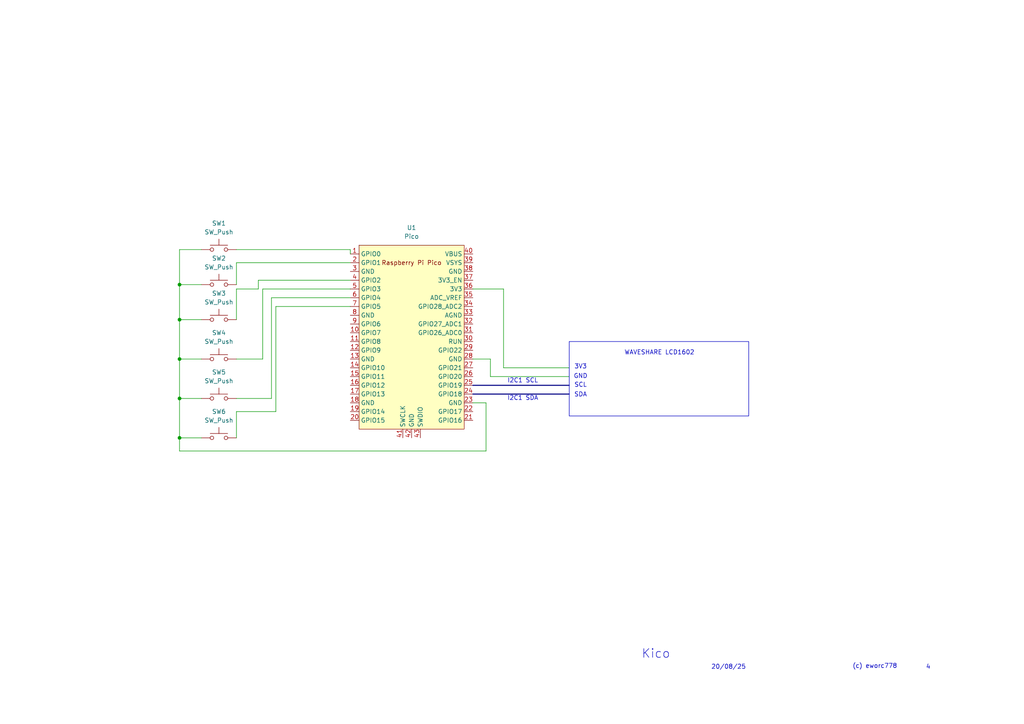
<source format=kicad_sch>
(kicad_sch (version 20250114) (generator "eeschema") (generator_version "9.0")
  (paper "A4")
  (lib_symbols
    (symbol "MCU_RaspberryPi_and_Boards:Pico"
      (property "Reference" "U" (at -13.97 27.94 0))
      (property "Value" "Pico" (at 0 19.05 0))
      (symbol "Pico_0_0"
        (text "Raspberry Pi Pico" (at 0 21.59 0) (effects (font (size 1.27 1.27))))
      )
      (symbol "Pico_0_1"
        (rectangle (start -15.24 26.67) (end 15.24 -26.67) (fill (type background)))
      )
      (symbol "Pico_1_1"
        (pin bidirectional line (at -17.78 24.13 0) (length 2.54) (name "GPIO0") (number "1"))
        (pin bidirectional line (at -17.78 21.59 0) (length 2.54) (name "GPIO1") (number "2"))
        (pin power_in line (at -17.78 19.05 0) (length 2.54) (name "GND") (number "3"))
        (pin bidirectional line (at -17.78 16.51 0) (length 2.54) (name "GPIO2") (number "4"))
        (pin bidirectional line (at -17.78 13.97 0) (length 2.54) (name "GPIO3") (number "5"))
        (pin bidirectional line (at -17.78 11.43 0) (length 2.54) (name "GPIO4") (number "6"))
        (pin bidirectional line (at -17.78 8.89 0) (length 2.54) (name "GPIO5") (number "7"))
        (pin power_in line (at -17.78 6.35 0) (length 2.54) (name "GND") (number "8"))
        (pin bidirectional line (at -17.78 3.81 0) (length 2.54) (name "GPIO6") (number "9"))
        (pin bidirectional line (at -17.78 1.27 0) (length 2.54) (name "GPIO7") (number "10"))
        (pin bidirectional line (at -17.78 -1.27 0) (length 2.54) (name "GPIO8") (number "11"))
        (pin bidirectional line (at -17.78 -3.81 0) (length 2.54) (name "GPIO9") (number "12"))
        (pin power_in line (at -17.78 -6.35 0) (length 2.54) (name "GND") (number "13"))
        (pin bidirectional line (at -17.78 -8.89 0) (length 2.54) (name "GPIO10") (number "14"))
        (pin bidirectional line (at -17.78 -11.43 0) (length 2.54) (name "GPIO11") (number "15"))
        (pin bidirectional line (at -17.78 -13.97 0) (length 2.54) (name "GPIO12") (number "16"))
        (pin bidirectional line (at -17.78 -16.51 0) (length 2.54) (name "GPIO13") (number "17"))
        (pin power_in line (at -17.78 -19.05 0) (length 2.54) (name "GND") (number "18"))
        (pin bidirectional line (at -17.78 -21.59 0) (length 2.54) (name "GPIO14") (number "19"))
        (pin bidirectional line (at -17.78 -24.13 0) (length 2.54) (name "GPIO15") (number "20"))
        (pin input line (at -2.54 -29.21 90) (length 2.54) (name "SWCLK") (number "41"))
        (pin power_in line (at 0 -29.21 90) (length 2.54) (name "GND") (number "42"))
        (pin bidirectional line (at 2.54 -29.21 90) (length 2.54) (name "SWDIO") (number "43"))
        (pin power_in line (at 17.78 24.13 180) (length 2.54) (name "VBUS") (number "40"))
        (pin power_in line (at 17.78 21.59 180) (length 2.54) (name "VSYS") (number "39"))
        (pin bidirectional line (at 17.78 19.05 180) (length 2.54) (name "GND") (number "38"))
        (pin input line (at 17.78 16.51 180) (length 2.54) (name "3V3_EN") (number "37"))
        (pin power_in line (at 17.78 13.97 180) (length 2.54) (name "3V3") (number "36"))
        (pin power_in line (at 17.78 11.43 180) (length 2.54) (name "ADC_VREF") (number "35"))
        (pin bidirectional line (at 17.78 8.89 180) (length 2.54) (name "GPIO28_ADC2") (number "34"))
        (pin power_in line (at 17.78 6.35 180) (length 2.54) (name "AGND") (number "33"))
        (pin bidirectional line (at 17.78 3.81 180) (length 2.54) (name "GPIO27_ADC1") (number "32"))
        (pin bidirectional line (at 17.78 1.27 180) (length 2.54) (name "GPIO26_ADC0") (number "31"))
        (pin input line (at 17.78 -1.27 180) (length 2.54) (name "RUN") (number "30"))
        (pin bidirectional line (at 17.78 -3.81 180) (length 2.54) (name "GPIO22") (number "29"))
        (pin power_in line (at 17.78 -6.35 180) (length 2.54) (name "GND") (number "28"))
        (pin bidirectional line (at 17.78 -8.89 180) (length 2.54) (name "GPIO21") (number "27"))
        (pin bidirectional line (at 17.78 -11.43 180) (length 2.54) (name "GPIO20") (number "26"))
        (pin bidirectional line (at 17.78 -13.97 180) (length 2.54) (name "GPIO19") (number "25"))
        (pin bidirectional line (at 17.78 -16.51 180) (length 2.54) (name "GPIO18") (number "24"))
        (pin power_in line (at 17.78 -19.05 180) (length 2.54) (name "GND") (number "23"))
        (pin bidirectional line (at 17.78 -21.59 180) (length 2.54) (name "GPIO17") (number "22"))
        (pin bidirectional line (at 17.78 -24.13 180) (length 2.54) (name "GPIO16") (number "21"))
      )
    )
    (symbol "Switch:SW_Push" (pin_numbers (hide yes)) (pin_names (offset 1.016) (hide yes))
      (property "Reference" "SW" (at 1.27 2.54 0))
      (property "Value" "SW_Push" (at 0 -1.524 0))
      (symbol "SW_Push_0_1"
        (circle (center -2.032 0) (radius 0.508))
        (polyline (pts (xy 0 1.27) (xy 0 3.048)))
        (circle (center 2.032 0) (radius 0.508))
        (polyline (pts (xy 2.54 1.27) (xy -2.54 1.27)))
        (pin passive line (at -5.08 0 0) (length 2.54) (name "1") (number "1"))
        (pin passive line (at 5.08 0 180) (length 2.54) (name "2") (number "2"))
      )
    )
  )
  (rectangle (start 165.1 99.06) (end 217.17 120.65))
  (text "4" (at 269.24 193.548 0) (effects (font (size 1.27 1.27))))
  (text "(c) eworc778" (at 253.746 193.294 0) (effects (font (size 1.27 1.27))))
  (text "SDA" (at 168.402 114.554 0) (effects (font (size 1.27 1.27))))
  (text "Kico" (at 190.246 189.738 0) (effects (font (size 2.54 2.54))))
  (text "3V3\n" (at 168.402 106.426 0) (effects (font (size 1.27 1.27))))
  (text "20/08/25\n" (at 211.328 193.548 0) (effects (font (size 1.27 1.27))))
  (text "I2C1 SCL" (at 151.638 110.49 0) (effects (font (size 1.27 1.27))))
  (text "WAVESHARE LCD1602\n" (at 191.262 102.362 0) (effects (font (size 1.27 1.27))))
  (text "GND" (at 168.402 109.22 0) (effects (font (size 1.27 1.27))))
  (text "I2C1 SDA" (at 151.638 115.57 0) (effects (font (size 1.27 1.27))))
  (text "SCL\n" (at 168.402 111.76 0) (effects (font (size 1.27 1.27))))
  (junction (at 52.07 115.57))
  (junction (at 52.07 104.14))
  (junction (at 52.07 82.55))
  (junction (at 52.07 92.71))
  (junction (at 52.07 127))
  (wire (pts (xy 68.58 82.55) (xy 68.58 76.2)))
  (wire (pts (xy 68.58 72.39) (xy 101.6 72.39)))
  (wire (pts (xy 52.07 104.14) (xy 58.42 104.14)))
  (bus (pts (xy 137.16 111.76) (xy 165.1 111.76)))
  (bus (pts (xy 137.16 114.3) (xy 165.1 114.3)))
  (wire (pts (xy 52.07 92.71) (xy 52.07 82.55)))
  (wire (pts (xy 80.01 88.9) (xy 80.01 119.38)))
  (wire (pts (xy 146.05 83.82) (xy 146.05 106.68)))
  (wire (pts (xy 52.07 82.55) (xy 52.07 72.39)))
  (wire (pts (xy 52.07 130.81) (xy 52.07 127)))
  (wire (pts (xy 52.07 72.39) (xy 58.42 72.39)))
  (wire (pts (xy 74.93 83.82) (xy 74.93 81.28)))
  (wire (pts (xy 140.97 130.81) (xy 140.97 116.84)))
  (wire (pts (xy 52.07 115.57) (xy 58.42 115.57)))
  (wire (pts (xy 78.74 115.57) (xy 78.74 86.36)))
  (wire (pts (xy 68.58 119.38) (xy 68.58 127)))
  (wire (pts (xy 52.07 127) (xy 52.07 115.57)))
  (wire (pts (xy 101.6 72.39) (xy 101.6 73.66)))
  (wire (pts (xy 52.07 104.14) (xy 52.07 92.71)))
  (wire (pts (xy 68.58 92.71) (xy 68.58 83.82)))
  (wire (pts (xy 137.16 83.82) (xy 146.05 83.82)))
  (wire (pts (xy 101.6 83.82) (xy 76.2 83.82)))
  (wire (pts (xy 146.05 106.68) (xy 165.1 106.68)))
  (wire (pts (xy 142.24 104.14) (xy 142.24 109.22)))
  (wire (pts (xy 137.16 104.14) (xy 142.24 104.14)))
  (wire (pts (xy 52.07 130.81) (xy 140.97 130.81)))
  (wire (pts (xy 74.93 81.28) (xy 101.6 81.28)))
  (wire (pts (xy 52.07 127) (xy 58.42 127)))
  (wire (pts (xy 52.07 92.71) (xy 58.42 92.71)))
  (wire (pts (xy 101.6 88.9) (xy 80.01 88.9)))
  (wire (pts (xy 142.24 109.22) (xy 165.1 109.22)))
  (wire (pts (xy 68.58 83.82) (xy 74.93 83.82)))
  (wire (pts (xy 78.74 86.36) (xy 101.6 86.36)))
  (wire (pts (xy 52.07 115.57) (xy 52.07 104.14)))
  (wire (pts (xy 76.2 83.82) (xy 76.2 104.14)))
  (wire (pts (xy 140.97 116.84) (xy 137.16 116.84)))
  (wire (pts (xy 76.2 104.14) (xy 68.58 104.14)))
  (wire (pts (xy 68.58 115.57) (xy 78.74 115.57)))
  (wire (pts (xy 68.58 76.2) (xy 101.6 76.2)))
  (wire (pts (xy 80.01 119.38) (xy 68.58 119.38)))
  (wire (pts (xy 52.07 82.55) (xy 58.42 82.55)))
  (symbol (lib_id "Switch:SW_Push") (at 63.5 82.55 0) (unit 1)
    (property "Reference" "SW2" (at 63.5 74.93 0))
    (property "Value" "SW_Push" (at 63.5 77.47 0))
    (property "Description" "Push button switch, generic, two pins" (effects (hide yes)))
  )
  (symbol (lib_id "Switch:SW_Push") (at 63.5 92.71 0) (unit 1)
    (property "Reference" "SW3" (at 63.5 85.09 0))
    (property "Value" "SW_Push" (at 63.5 87.63 0))
    (property "Description" "Push button switch, generic, two pins" (effects (hide yes)))
  )
  (symbol (lib_id "Switch:SW_Push") (at 63.5 127 0) (unit 1)
    (property "Reference" "SW6" (at 63.5 119.38 0))
    (property "Value" "SW_Push" (at 63.5 121.92 0))
    (property "Description" "Push button switch, generic, two pins" (effects (hide yes)))
  )
  (symbol (lib_id "Switch:SW_Push") (at 63.5 115.57 0) (unit 1)
    (property "Reference" "SW5" (at 63.5 107.95 0))
    (property "Value" "SW_Push" (at 63.5 110.49 0))
    (property "Description" "Push button switch, generic, two pins" (effects (hide yes)))
  )
  (symbol (lib_id "MCU_RaspberryPi_and_Boards:Pico") (at 119.38 97.79 0) (unit 1)
    (property "Reference" "U1" (at 119.38 66.04 0))
    (property "Value" "Pico" (at 119.38 68.58 0))
    (property "Footprint" "RPi_Pico:RPi_Pico_SMD_TH" (effects (hide yes)))
  )
  (symbol (lib_id "Switch:SW_Push") (at 63.5 72.39 0) (unit 1)
    (property "Reference" "SW1" (at 63.5 64.77 0))
    (property "Value" "SW_Push" (at 63.5 67.31 0))
    (property "Description" "Push button switch, generic, two pins" (effects (hide yes)))
  )
  (symbol (lib_id "Switch:SW_Push") (at 63.5 104.14 0) (unit 1)
    (property "Reference" "SW4" (at 63.5 96.52 0))
    (property "Value" "SW_Push" (at 63.5 99.06 0))
    (property "Description" "Push button switch, generic, two pins" (effects (hide yes)))
  )
)
</source>
